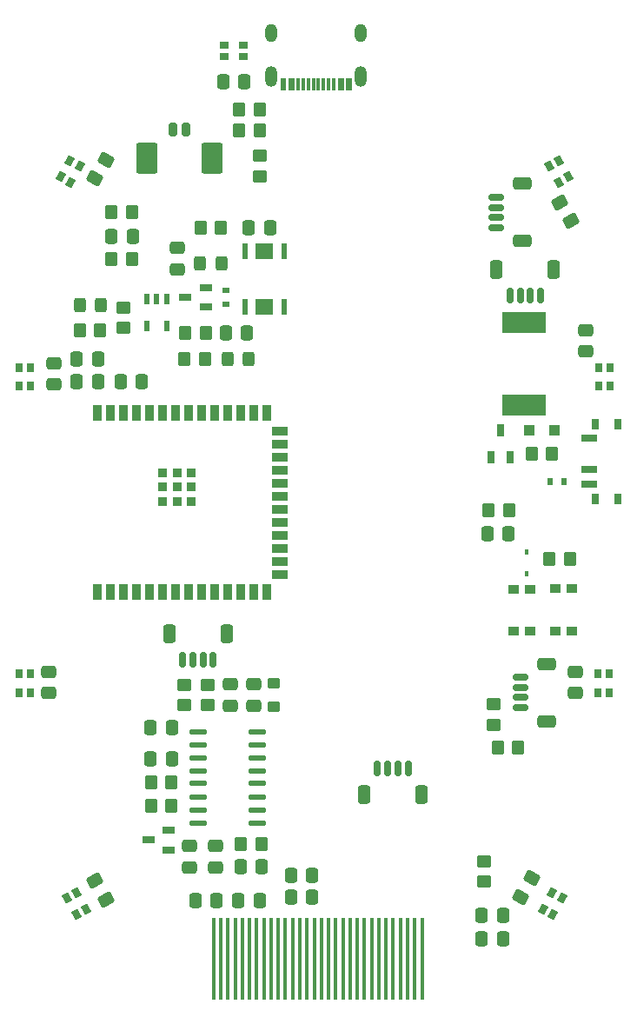
<source format=gbp>
%TF.GenerationSoftware,KiCad,Pcbnew,(6.0.5)*%
%TF.CreationDate,2022-07-03T19:07:03+01:00*%
%TF.ProjectId,octoscale,6f63746f-7363-4616-9c65-2e6b69636164,rev?*%
%TF.SameCoordinates,Original*%
%TF.FileFunction,Paste,Bot*%
%TF.FilePolarity,Positive*%
%FSLAX46Y46*%
G04 Gerber Fmt 4.6, Leading zero omitted, Abs format (unit mm)*
G04 Created by KiCad (PCBNEW (6.0.5)) date 2022-07-03 19:07:03*
%MOMM*%
%LPD*%
G01*
G04 APERTURE LIST*
G04 Aperture macros list*
%AMRoundRect*
0 Rectangle with rounded corners*
0 $1 Rounding radius*
0 $2 $3 $4 $5 $6 $7 $8 $9 X,Y pos of 4 corners*
0 Add a 4 corners polygon primitive as box body*
4,1,4,$2,$3,$4,$5,$6,$7,$8,$9,$2,$3,0*
0 Add four circle primitives for the rounded corners*
1,1,$1+$1,$2,$3*
1,1,$1+$1,$4,$5*
1,1,$1+$1,$6,$7*
1,1,$1+$1,$8,$9*
0 Add four rect primitives between the rounded corners*
20,1,$1+$1,$2,$3,$4,$5,0*
20,1,$1+$1,$4,$5,$6,$7,0*
20,1,$1+$1,$6,$7,$8,$9,0*
20,1,$1+$1,$8,$9,$2,$3,0*%
%AMRotRect*
0 Rectangle, with rotation*
0 The origin of the aperture is its center*
0 $1 length*
0 $2 width*
0 $3 Rotation angle, in degrees counterclockwise*
0 Add horizontal line*
21,1,$1,$2,0,0,$3*%
G04 Aperture macros list end*
%ADD10R,0.700000X0.900000*%
%ADD11RoundRect,0.250000X-0.350000X-0.450000X0.350000X-0.450000X0.350000X0.450000X-0.350000X0.450000X0*%
%ADD12RoundRect,0.250000X-0.337500X-0.475000X0.337500X-0.475000X0.337500X0.475000X-0.337500X0.475000X0*%
%ADD13RoundRect,0.250000X0.350000X0.450000X-0.350000X0.450000X-0.350000X-0.450000X0.350000X-0.450000X0*%
%ADD14R,0.600000X1.000000*%
%ADD15RoundRect,0.250000X0.475000X-0.337500X0.475000X0.337500X-0.475000X0.337500X-0.475000X-0.337500X0*%
%ADD16RoundRect,0.250000X-0.325000X-0.450000X0.325000X-0.450000X0.325000X0.450000X-0.325000X0.450000X0*%
%ADD17RoundRect,0.250000X0.450000X-0.350000X0.450000X0.350000X-0.450000X0.350000X-0.450000X-0.350000X0*%
%ADD18R,0.650000X1.220000*%
%ADD19RoundRect,0.250000X0.337500X0.475000X-0.337500X0.475000X-0.337500X-0.475000X0.337500X-0.475000X0*%
%ADD20R,0.700000X0.600000*%
%ADD21R,1.000000X0.900000*%
%ADD22RoundRect,0.250000X-0.450000X0.350000X-0.450000X-0.350000X0.450000X-0.350000X0.450000X0.350000X0*%
%ADD23RotRect,0.900000X0.700000X240.000000*%
%ADD24RoundRect,0.250000X-0.580112X0.054784X-0.242612X-0.529784X0.580112X-0.054784X0.242612X0.529784X0*%
%ADD25RotRect,0.900000X0.700000X300.000000*%
%ADD26RoundRect,0.200000X0.200000X0.450000X-0.200000X0.450000X-0.200000X-0.450000X0.200000X-0.450000X0*%
%ADD27RoundRect,0.250001X0.799999X1.249999X-0.799999X1.249999X-0.799999X-1.249999X0.799999X-1.249999X0*%
%ADD28R,0.500000X1.600000*%
%ADD29R,1.800000X1.600000*%
%ADD30RotRect,0.900000X0.700000X120.000000*%
%ADD31R,1.250000X0.700000*%
%ADD32R,0.600000X0.700000*%
%ADD33RotRect,0.900000X0.700000X60.000000*%
%ADD34R,0.400000X8.000000*%
%ADD35RoundRect,0.150000X0.150000X0.625000X-0.150000X0.625000X-0.150000X-0.625000X0.150000X-0.625000X0*%
%ADD36RoundRect,0.250000X0.350000X0.650000X-0.350000X0.650000X-0.350000X-0.650000X0.350000X-0.650000X0*%
%ADD37RoundRect,0.150000X0.625000X-0.150000X0.625000X0.150000X-0.625000X0.150000X-0.625000X-0.150000X0*%
%ADD38RoundRect,0.250000X0.650000X-0.350000X0.650000X0.350000X-0.650000X0.350000X-0.650000X-0.350000X0*%
%ADD39RoundRect,0.250000X0.242612X-0.529784X0.580112X0.054784X-0.242612X0.529784X-0.580112X-0.054784X0*%
%ADD40RoundRect,0.250000X-0.242612X0.529784X-0.580112X-0.054784X0.242612X-0.529784X0.580112X0.054784X0*%
%ADD41RoundRect,0.250000X-0.475000X0.337500X-0.475000X-0.337500X0.475000X-0.337500X0.475000X0.337500X0*%
%ADD42R,0.900000X1.500000*%
%ADD43R,1.500000X0.900000*%
%ADD44R,0.900000X0.900000*%
%ADD45R,0.450000X0.600000*%
%ADD46RoundRect,0.150000X-0.150000X-0.625000X0.150000X-0.625000X0.150000X0.625000X-0.150000X0.625000X0*%
%ADD47RoundRect,0.250000X-0.350000X-0.650000X0.350000X-0.650000X0.350000X0.650000X-0.350000X0.650000X0*%
%ADD48R,4.200000X2.000000*%
%ADD49RoundRect,0.250000X0.580112X-0.054784X0.242612X0.529784X-0.580112X0.054784X-0.242612X-0.529784X0*%
%ADD50RoundRect,0.250000X-0.350000X0.275000X-0.350000X-0.275000X0.350000X-0.275000X0.350000X0.275000X0*%
%ADD51O,1.750000X0.560000*%
%ADD52R,0.900000X0.700000*%
%ADD53R,0.800000X1.000000*%
%ADD54R,1.500000X0.700000*%
%ADD55RoundRect,0.250000X0.325000X0.450000X-0.325000X0.450000X-0.325000X-0.450000X0.325000X-0.450000X0*%
%ADD56R,0.600000X1.300000*%
%ADD57R,0.300000X1.300000*%
%ADD58O,1.200000X2.000000*%
%ADD59O,1.200000X1.800000*%
%ADD60R,1.000000X1.000000*%
G04 APERTURE END LIST*
D10*
%TO.C,D12*%
X141055000Y-108935000D03*
X142155000Y-108935000D03*
X142155000Y-110775000D03*
X141055000Y-110775000D03*
%TD*%
D11*
%TO.C,R16*%
X150100000Y-68500000D03*
X152100000Y-68500000D03*
%TD*%
D12*
%TO.C,C6*%
X153897503Y-114129999D03*
X155972503Y-114129999D03*
%TD*%
D13*
%TO.C,R11*%
X159172499Y-78309263D03*
X157172499Y-78309263D03*
%TD*%
D12*
%TO.C,C16*%
X162425000Y-131000000D03*
X164500000Y-131000000D03*
%TD*%
%TO.C,C11*%
X186712500Y-95262500D03*
X188787500Y-95262500D03*
%TD*%
D14*
%TO.C,U1*%
X153549997Y-72450004D03*
X154499997Y-72450004D03*
X155449997Y-72450004D03*
X155449997Y-75050004D03*
X153549997Y-75050004D03*
%TD*%
D12*
%TO.C,C7*%
X153897497Y-117250000D03*
X155972497Y-117250000D03*
%TD*%
D15*
%TO.C,C24*%
X144500000Y-80750000D03*
X144500000Y-78675000D03*
%TD*%
D16*
%TO.C,D13*%
X161397500Y-78309262D03*
X163447500Y-78309262D03*
%TD*%
D17*
%TO.C,R5*%
X151249999Y-75249998D03*
X151249999Y-73249998D03*
%TD*%
D12*
%TO.C,C2*%
X163462498Y-65500001D03*
X165537498Y-65500001D03*
%TD*%
D18*
%TO.C,Q3*%
X188950000Y-87810000D03*
X187050000Y-87810000D03*
X188000000Y-85190000D03*
%TD*%
D19*
%TO.C,C17*%
X188237500Y-132500000D03*
X186162500Y-132500000D03*
%TD*%
%TO.C,C28*%
X169637500Y-130700000D03*
X167562500Y-130700000D03*
%TD*%
D20*
%TO.C,D4*%
X161249997Y-72950003D03*
X161249997Y-71550003D03*
%TD*%
D21*
%TO.C,SW2*%
X190875000Y-100675000D03*
X190875000Y-104775000D03*
X189275000Y-104775000D03*
X189275000Y-100675000D03*
%TD*%
D19*
%TO.C,C15*%
X160325000Y-131000000D03*
X158250000Y-131000000D03*
%TD*%
D13*
%TO.C,R2*%
X164500000Y-54000000D03*
X162500000Y-54000000D03*
%TD*%
D12*
%TO.C,C8*%
X162647498Y-127749997D03*
X164722498Y-127749997D03*
%TD*%
D22*
%TO.C,R6*%
X159435003Y-110000003D03*
X159435003Y-112000003D03*
%TD*%
%TO.C,R7*%
X157185000Y-110000002D03*
X157185000Y-112000002D03*
%TD*%
D23*
%TO.C,D3*%
X193056314Y-132393505D03*
X192103686Y-131843505D03*
X193023686Y-130250019D03*
X193976314Y-130800019D03*
%TD*%
D24*
%TO.C,C23*%
X148481250Y-129101499D03*
X149518750Y-130898501D03*
%TD*%
D12*
%TO.C,C1*%
X161212500Y-75750002D03*
X163287500Y-75750002D03*
%TD*%
D21*
%TO.C,SW1*%
X194900000Y-104750000D03*
X194900000Y-100650000D03*
X193300000Y-100650000D03*
X193300000Y-104750000D03*
%TD*%
D25*
%TO.C,D8*%
X194611314Y-60521743D03*
X193658686Y-61071743D03*
X192738686Y-59478257D03*
X193691314Y-58928257D03*
%TD*%
D13*
%TO.C,R3*%
X159249998Y-75749999D03*
X157249998Y-75749999D03*
%TD*%
D26*
%TO.C,J3*%
X157325000Y-55950000D03*
X156075000Y-55950000D03*
D27*
X159875000Y-58700000D03*
X153525000Y-58700000D03*
%TD*%
D28*
%TO.C,U2*%
X163090000Y-67800000D03*
D29*
X165000000Y-67800000D03*
D28*
X166910000Y-67800000D03*
X166910000Y-73200000D03*
D29*
X165000000Y-73200000D03*
D28*
X163090000Y-73200000D03*
%TD*%
D13*
%TO.C,R1*%
X164500000Y-56000000D03*
X162500000Y-56000000D03*
%TD*%
D12*
%TO.C,C19*%
X160962500Y-51250000D03*
X163037500Y-51250000D03*
%TD*%
D13*
%TO.C,R12*%
X188808013Y-92979007D03*
X186808013Y-92979007D03*
%TD*%
%TO.C,R4*%
X148999999Y-75500000D03*
X146999999Y-75500000D03*
%TD*%
D19*
%TO.C,C12*%
X148787500Y-80500000D03*
X146712500Y-80500000D03*
%TD*%
D30*
%TO.C,D1*%
X145748686Y-130800019D03*
X146701314Y-130250019D03*
X147621314Y-131843505D03*
X146668686Y-132393505D03*
%TD*%
D15*
%TO.C,C26*%
X196300000Y-77537500D03*
X196300000Y-75462500D03*
%TD*%
D16*
%TO.C,D14*%
X158724996Y-68999998D03*
X160774996Y-68999998D03*
%TD*%
D31*
%TO.C,Q1*%
X159249998Y-71300004D03*
X159249998Y-73200004D03*
X157249998Y-72250004D03*
%TD*%
D32*
%TO.C,D2*%
X192800000Y-90250000D03*
X194200000Y-90250000D03*
%TD*%
D33*
%TO.C,D10*%
X146033686Y-58928257D03*
X146986314Y-59478257D03*
X146066314Y-61071743D03*
X145113686Y-60521743D03*
%TD*%
D34*
%TO.C,DS1*%
X160035000Y-136667500D03*
X160735000Y-136667500D03*
X161435000Y-136667500D03*
X162135000Y-136667500D03*
X162835000Y-136667500D03*
X163535000Y-136667500D03*
X164235000Y-136667500D03*
X164935000Y-136667500D03*
X165635000Y-136667500D03*
X166335000Y-136667500D03*
X167035000Y-136667500D03*
X167735000Y-136667500D03*
X168435000Y-136667500D03*
X169135000Y-136667500D03*
X169835000Y-136667500D03*
X170535000Y-136667500D03*
X171235000Y-136667500D03*
X171935000Y-136667500D03*
X172635000Y-136667500D03*
X173335000Y-136667500D03*
X174035000Y-136667500D03*
X174735000Y-136667500D03*
X175435000Y-136667500D03*
X176135000Y-136667500D03*
X176835000Y-136667500D03*
X177535000Y-136667500D03*
X178235000Y-136667500D03*
X178935000Y-136667500D03*
X179635000Y-136667500D03*
X180335000Y-136667500D03*
%TD*%
D17*
%TO.C,R19*%
X187300000Y-113900000D03*
X187300000Y-111900000D03*
%TD*%
D35*
%TO.C,J5*%
X191900000Y-72075000D03*
X190900000Y-72075000D03*
X189900000Y-72075000D03*
X188900000Y-72075000D03*
D36*
X193200000Y-69550000D03*
X187600000Y-69550000D03*
%TD*%
D12*
%TO.C,C13*%
X150962500Y-80500000D03*
X153037500Y-80500000D03*
%TD*%
D10*
%TO.C,D7*%
X198670000Y-80930000D03*
X197570000Y-80930000D03*
X197570000Y-79090000D03*
X198670000Y-79090000D03*
%TD*%
D22*
%TO.C,R17*%
X186400000Y-127200000D03*
X186400000Y-129200000D03*
%TD*%
D37*
%TO.C,J6*%
X187575000Y-65500000D03*
X187575000Y-64500000D03*
X187575000Y-63500000D03*
X187575000Y-62500000D03*
D38*
X190100000Y-66800000D03*
X190100000Y-61200000D03*
%TD*%
D11*
%TO.C,R9*%
X153934997Y-119499999D03*
X155934997Y-119499999D03*
%TD*%
D39*
%TO.C,C25*%
X148481250Y-60648501D03*
X149518750Y-58851499D03*
%TD*%
D15*
%TO.C,C3*%
X156500000Y-69537500D03*
X156500000Y-67462500D03*
%TD*%
D11*
%TO.C,R8*%
X153934999Y-121750000D03*
X155934999Y-121750000D03*
%TD*%
D40*
%TO.C,C20*%
X191018750Y-128851499D03*
X189981250Y-130648501D03*
%TD*%
D41*
%TO.C,C9*%
X160185001Y-125712500D03*
X160185001Y-127787500D03*
%TD*%
D42*
%TO.C,U5*%
X148740000Y-83500000D03*
X150010000Y-83500000D03*
X151280000Y-83500000D03*
X152550000Y-83500000D03*
X153820000Y-83500000D03*
X155090000Y-83500000D03*
X156360000Y-83500000D03*
X157630000Y-83500000D03*
X158900000Y-83500000D03*
X160170000Y-83500000D03*
X161440000Y-83500000D03*
X162710000Y-83500000D03*
X163980000Y-83500000D03*
X165250000Y-83500000D03*
D43*
X166500000Y-85265000D03*
X166500000Y-86535000D03*
X166500000Y-87805000D03*
X166500000Y-89075000D03*
X166500000Y-90345000D03*
X166500000Y-91615000D03*
X166500000Y-92885000D03*
X166500000Y-94155000D03*
X166500000Y-95425000D03*
X166500000Y-96695000D03*
X166500000Y-97965000D03*
X166500000Y-99235000D03*
D42*
X165250000Y-101000000D03*
X163980000Y-101000000D03*
X162710000Y-101000000D03*
X161440000Y-101000000D03*
X160170000Y-101000000D03*
X158900000Y-101000000D03*
X157630000Y-101000000D03*
X156360000Y-101000000D03*
X155090000Y-101000000D03*
X153820000Y-101000000D03*
X152550000Y-101000000D03*
X151280000Y-101000000D03*
X150010000Y-101000000D03*
X148740000Y-101000000D03*
D44*
X156460000Y-92150000D03*
X155060000Y-89350000D03*
X157860000Y-92150000D03*
X157860000Y-90750000D03*
X156460000Y-90750000D03*
X155060000Y-92150000D03*
X157860000Y-89350000D03*
X155060000Y-90750000D03*
X156460000Y-89350000D03*
%TD*%
D45*
%TO.C,D16*%
X190500000Y-97050000D03*
X190500000Y-99150000D03*
%TD*%
D19*
%TO.C,C30*%
X152137500Y-66300000D03*
X150062500Y-66300000D03*
%TD*%
D10*
%TO.C,D6*%
X198585000Y-110775000D03*
X197485000Y-110775000D03*
X197485000Y-108935000D03*
X198585000Y-108935000D03*
%TD*%
D15*
%TO.C,C27*%
X195300000Y-110787500D03*
X195300000Y-108712500D03*
%TD*%
D46*
%TO.C,J7*%
X176000000Y-118175000D03*
X177000000Y-118175000D03*
X178000000Y-118175000D03*
X179000000Y-118175000D03*
D47*
X174700000Y-120700000D03*
X180300000Y-120700000D03*
%TD*%
D12*
%TO.C,C29*%
X167562500Y-128600000D03*
X169637500Y-128600000D03*
%TD*%
D48*
%TO.C,LS1*%
X190300000Y-74750000D03*
X190300000Y-82750000D03*
%TD*%
D49*
%TO.C,C21*%
X194818750Y-64798501D03*
X193781250Y-63001499D03*
%TD*%
D31*
%TO.C,Q2*%
X155685000Y-124179995D03*
X155685000Y-126079995D03*
X153685000Y-125129995D03*
%TD*%
D41*
%TO.C,C22*%
X144000000Y-108712500D03*
X144000000Y-110787500D03*
%TD*%
D50*
%TO.C,L1*%
X165935004Y-109849999D03*
X165935004Y-112149999D03*
%TD*%
D51*
%TO.C,U4*%
X158564999Y-123450000D03*
X158564999Y-122180000D03*
X158564999Y-120910000D03*
X158564999Y-119630000D03*
X158564999Y-118370000D03*
X158564999Y-117100000D03*
X158564999Y-115830000D03*
X158564999Y-114560000D03*
X164304999Y-114560000D03*
X164304999Y-115830000D03*
X164304999Y-117100000D03*
X164304999Y-118370000D03*
X164304999Y-119630000D03*
X164304999Y-120910000D03*
X164304999Y-122180000D03*
X164304999Y-123450000D03*
%TD*%
D22*
%TO.C,R15*%
X164500000Y-58500000D03*
X164500000Y-60500000D03*
%TD*%
D11*
%TO.C,R13*%
X158750000Y-65500001D03*
X160750000Y-65500001D03*
%TD*%
D52*
%TO.C,D9*%
X162920000Y-47700000D03*
X162920000Y-48800000D03*
X161080000Y-48800000D03*
X161080000Y-47700000D03*
%TD*%
D11*
%TO.C,R10*%
X162685003Y-125500003D03*
X164685003Y-125500003D03*
%TD*%
%TO.C,R21*%
X192750000Y-97750000D03*
X194750000Y-97750000D03*
%TD*%
D41*
%TO.C,C10*%
X157685000Y-125712499D03*
X157685000Y-127787499D03*
%TD*%
D19*
%TO.C,C14*%
X148787500Y-78250000D03*
X146712500Y-78250000D03*
%TD*%
%TO.C,C18*%
X188237500Y-134750000D03*
X186162500Y-134750000D03*
%TD*%
D41*
%TO.C,C4*%
X163935000Y-109962495D03*
X163935000Y-112037495D03*
%TD*%
D37*
%TO.C,J4*%
X189925000Y-112250000D03*
X189925000Y-111250000D03*
X189925000Y-110250000D03*
X189925000Y-109250000D03*
D38*
X192450000Y-113550000D03*
X192450000Y-107950000D03*
%TD*%
D41*
%TO.C,C5*%
X161685002Y-109962504D03*
X161685002Y-112037504D03*
%TD*%
D53*
%TO.C,SW3*%
X197245000Y-84600000D03*
X199455000Y-91900000D03*
X197245000Y-91900000D03*
X199455000Y-84600000D03*
D54*
X196595000Y-86000000D03*
X196595000Y-89000000D03*
X196595000Y-90500000D03*
%TD*%
D13*
%TO.C,R18*%
X189700000Y-116100000D03*
X187700000Y-116100000D03*
%TD*%
%TO.C,R20*%
X152100000Y-64000000D03*
X150100000Y-64000000D03*
%TD*%
D35*
%TO.C,J2*%
X160000000Y-107574999D03*
X159000000Y-107574999D03*
X158000000Y-107574999D03*
X157000000Y-107574999D03*
D36*
X155700000Y-105049999D03*
X161300000Y-105049999D03*
%TD*%
D13*
%TO.C,R14*%
X193000000Y-87500000D03*
X191000000Y-87500000D03*
%TD*%
D55*
%TO.C,D5*%
X149024999Y-72999998D03*
X146974999Y-72999998D03*
%TD*%
D56*
%TO.C,J1*%
X166800000Y-51522500D03*
X167600000Y-51522500D03*
D57*
X168750000Y-51522500D03*
X169750000Y-51522500D03*
X170250000Y-51522500D03*
X171250000Y-51522500D03*
X172550000Y-51522500D03*
X173350000Y-51522500D03*
D56*
X173200000Y-51522500D03*
X172400000Y-51522500D03*
D57*
X171750000Y-51522500D03*
X170750000Y-51522500D03*
X169250000Y-51522500D03*
X168250000Y-51522500D03*
X167750000Y-51522500D03*
X166950000Y-51522500D03*
D58*
X165670000Y-50762500D03*
X174330000Y-50762500D03*
D59*
X165670000Y-46562500D03*
X174330000Y-46562500D03*
%TD*%
D10*
%TO.C,D11*%
X141055000Y-79090000D03*
X142155000Y-79090000D03*
X142155000Y-80930000D03*
X141055000Y-80930000D03*
%TD*%
D60*
%TO.C,D15*%
X193250000Y-85250000D03*
X190750000Y-85250000D03*
%TD*%
M02*

</source>
